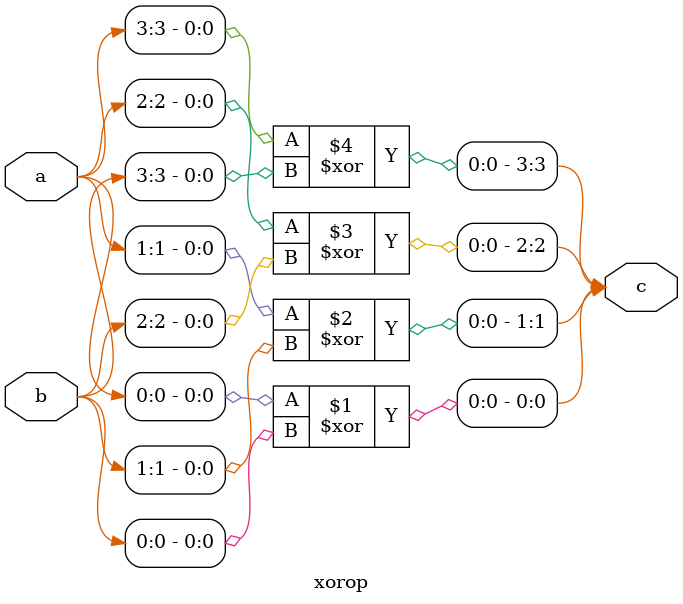
<source format=v>
module xorop( a, b, c);
	output [3:0] c;
	
	input [3:0] a;
	input [3:0] b;
	
	xor(c[0],a[0],b[0]);
	xor(c[1],a[1],b[1]);
	xor(c[2],a[2],b[2]);
	xor(c[3],a[3],b[3]);
endmodule
</source>
